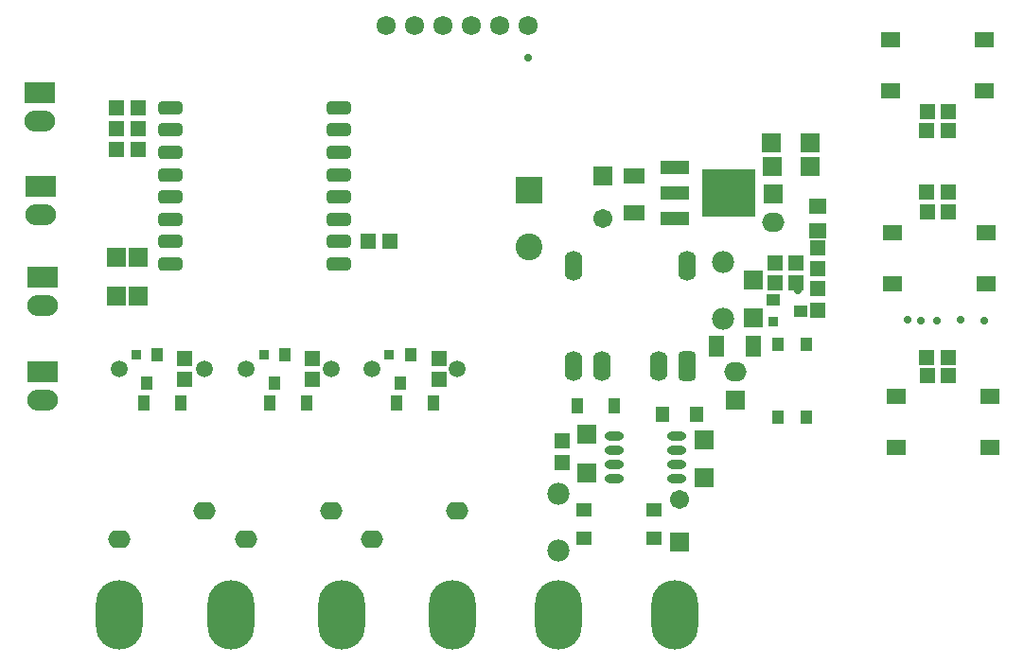
<source format=gts>
G04*
G04 #@! TF.GenerationSoftware,Altium Limited,Altium Designer,21.2.1 (34)*
G04*
G04 Layer_Color=8388736*
%FSTAX24Y24*%
%MOIN*%
G70*
G04*
G04 #@! TF.SameCoordinates,9334BE2B-5F1B-4A57-B983-AC11F37A1BB9*
G04*
G04*
G04 #@! TF.FilePolarity,Negative*
G04*
G01*
G75*
%ADD30R,0.0374X0.0354*%
%ADD37R,0.0354X0.0374*%
G04:AMPARAMS|DCode=38|XSize=47.4mil|YSize=86.7mil|CornerRadius=13.8mil|HoleSize=0mil|Usage=FLASHONLY|Rotation=90.000|XOffset=0mil|YOffset=0mil|HoleType=Round|Shape=RoundedRectangle|*
%AMROUNDEDRECTD38*
21,1,0.0474,0.0591,0,0,90.0*
21,1,0.0197,0.0867,0,0,90.0*
1,1,0.0277,0.0295,0.0098*
1,1,0.0277,0.0295,-0.0098*
1,1,0.0277,-0.0295,-0.0098*
1,1,0.0277,-0.0295,0.0098*
%
%ADD38ROUNDEDRECTD38*%
%ADD39R,0.0710X0.0678*%
%ADD40R,0.0474X0.0552*%
%ADD41O,0.0671X0.0316*%
%ADD42R,0.0552X0.0474*%
%ADD43R,0.0680X0.0580*%
%ADD44R,0.0529X0.0552*%
%ADD45R,0.0552X0.0529*%
%ADD46R,0.0580X0.0730*%
%ADD47R,0.0395X0.0474*%
%ADD48R,0.0454X0.0434*%
%ADD49R,0.0592X0.0533*%
%ADD50R,0.0678X0.0710*%
%ADD51R,0.1025X0.0474*%
%ADD52R,0.1852X0.1655*%
%ADD53R,0.0730X0.0580*%
%ADD54R,0.0438X0.0560*%
%ADD55R,0.0434X0.0454*%
%ADD56C,0.0671*%
%ADD57R,0.0671X0.0671*%
%ADD58O,0.1655X0.2442*%
%ADD59C,0.0780*%
%ADD60C,0.0946*%
%ADD61R,0.0946X0.0946*%
%ADD62O,0.1080X0.0730*%
%ADD63R,0.1080X0.0730*%
%ADD64R,0.0702X0.0671*%
%ADD65O,0.0789X0.0671*%
%ADD66O,0.0631X0.1064*%
G04:AMPARAMS|DCode=67|XSize=106.4mil|YSize=63.1mil|CornerRadius=17.8mil|HoleSize=0mil|Usage=FLASHONLY|Rotation=90.000|XOffset=0mil|YOffset=0mil|HoleType=Round|Shape=RoundedRectangle|*
%AMROUNDEDRECTD67*
21,1,0.1064,0.0276,0,0,90.0*
21,1,0.0709,0.0631,0,0,90.0*
1,1,0.0356,0.0138,0.0354*
1,1,0.0356,0.0138,-0.0354*
1,1,0.0356,-0.0138,-0.0354*
1,1,0.0356,-0.0138,0.0354*
%
%ADD67ROUNDEDRECTD67*%
%ADD68C,0.0678*%
%ADD69O,0.0789X0.0631*%
%ADD70C,0.0592*%
%ADD71C,0.0277*%
D30*
X040618Y032356D02*
D03*
D37*
X018176Y03118D02*
D03*
X022676D02*
D03*
X027102D02*
D03*
D38*
X02534Y039891D02*
D03*
Y039104D02*
D03*
Y038317D02*
D03*
Y03753D02*
D03*
Y036743D02*
D03*
Y035956D02*
D03*
Y035169D02*
D03*
Y034381D02*
D03*
X0194D02*
D03*
Y035169D02*
D03*
Y035956D02*
D03*
Y036743D02*
D03*
Y03753D02*
D03*
Y038317D02*
D03*
Y039104D02*
D03*
Y039891D02*
D03*
D39*
X0382Y028183D02*
D03*
Y026837D02*
D03*
X03406Y027027D02*
D03*
Y028373D02*
D03*
X03993Y033823D02*
D03*
Y032477D02*
D03*
X01825Y034603D02*
D03*
Y033257D02*
D03*
X0175Y034603D02*
D03*
Y033257D02*
D03*
D40*
X036739Y02907D02*
D03*
X037921D02*
D03*
D41*
X035008Y02832D02*
D03*
Y02782D02*
D03*
Y02732D02*
D03*
X037232Y02832D02*
D03*
Y02782D02*
D03*
Y02732D02*
D03*
Y02682D02*
D03*
X035008D02*
D03*
D42*
X03395Y02571D02*
D03*
Y02471D02*
D03*
X03643D02*
D03*
Y02571D02*
D03*
D43*
X04805Y04048D02*
D03*
Y04228D02*
D03*
X04475Y04048D02*
D03*
Y04228D02*
D03*
X04497Y02972D02*
D03*
Y02792D02*
D03*
X04827Y02972D02*
D03*
Y02792D02*
D03*
X04482Y03548D02*
D03*
Y03368D02*
D03*
X04812Y03548D02*
D03*
Y03368D02*
D03*
D44*
X046796Y03044D02*
D03*
X046044D02*
D03*
X04604Y03109D02*
D03*
X046792D02*
D03*
X046044Y03622D02*
D03*
X046796D02*
D03*
X04604Y03691D02*
D03*
X046792D02*
D03*
X04604Y03907D02*
D03*
X046792D02*
D03*
X046044Y03975D02*
D03*
X046796D02*
D03*
X040684Y03373D02*
D03*
X041436D02*
D03*
X041436Y03442D02*
D03*
X040684D02*
D03*
X027126Y03518D02*
D03*
X026374D02*
D03*
X017498Y03843D02*
D03*
X01825D02*
D03*
Y039155D02*
D03*
X017498D02*
D03*
Y03988D02*
D03*
X01825D02*
D03*
D45*
X0332Y028136D02*
D03*
Y027384D02*
D03*
X0422Y032764D02*
D03*
Y033516D02*
D03*
Y034956D02*
D03*
Y034204D02*
D03*
X024375Y031056D02*
D03*
Y030304D02*
D03*
X02885D02*
D03*
Y031056D02*
D03*
X0199D02*
D03*
Y030304D02*
D03*
D46*
X03864Y0315D02*
D03*
X03994D02*
D03*
D47*
X0408Y031549D02*
D03*
Y02899D02*
D03*
X0418Y031549D02*
D03*
Y02899D02*
D03*
D48*
X041602Y03273D02*
D03*
X040618Y033104D02*
D03*
D49*
X04218Y035547D02*
D03*
Y036433D02*
D03*
D50*
X041916Y03864D02*
D03*
X04057D02*
D03*
X04058Y03782D02*
D03*
X041926D02*
D03*
D51*
X03716Y037776D02*
D03*
Y036876D02*
D03*
Y035976D02*
D03*
D52*
X03905Y03687D02*
D03*
D53*
X03573Y03747D02*
D03*
Y03617D02*
D03*
D54*
X027356Y02948D02*
D03*
X028644D02*
D03*
X022906D02*
D03*
X024194D02*
D03*
X03501Y02937D02*
D03*
X033723D02*
D03*
X019744Y02948D02*
D03*
X018456D02*
D03*
D55*
X018924Y03118D02*
D03*
X01855Y030196D02*
D03*
X02305D02*
D03*
X023424Y03118D02*
D03*
X02785D02*
D03*
X027476Y030196D02*
D03*
D56*
X03464Y03598D02*
D03*
X03734Y02607D02*
D03*
D57*
X03464Y03748D02*
D03*
X03734Y02457D02*
D03*
D58*
X0176Y02203D02*
D03*
X02151D02*
D03*
X02542D02*
D03*
X02933D02*
D03*
X03307D02*
D03*
X03715D02*
D03*
D59*
X03307Y02627D02*
D03*
Y02427D02*
D03*
X03886Y03244D02*
D03*
Y03444D02*
D03*
D60*
X03201Y035D02*
D03*
D61*
Y037D02*
D03*
D62*
X01484Y03613D02*
D03*
X01479Y03943D02*
D03*
X01489Y03293D02*
D03*
X014892Y029597D02*
D03*
D63*
X01484Y03713D02*
D03*
X01479Y04043D02*
D03*
X01489Y03393D02*
D03*
X014892Y030597D02*
D03*
D64*
X04062Y03685D02*
D03*
X03928Y02957D02*
D03*
D65*
X04062Y03585D02*
D03*
X03928Y03057D02*
D03*
D66*
X0336Y034304D02*
D03*
X0376D02*
D03*
X0336Y0308D02*
D03*
X0346D02*
D03*
X0366D02*
D03*
D67*
X0376D02*
D03*
D68*
X02699Y04279D02*
D03*
X02799D02*
D03*
X02899D02*
D03*
X02999D02*
D03*
X03199D02*
D03*
X03099D02*
D03*
D69*
X029494Y02568D02*
D03*
X026504Y02468D02*
D03*
X020594Y02568D02*
D03*
X017604Y02468D02*
D03*
X022054D02*
D03*
X025044Y02568D02*
D03*
D70*
X026504Y03068D02*
D03*
X029496D02*
D03*
X017604Y03068D02*
D03*
X020596D02*
D03*
X025046D02*
D03*
X022054D02*
D03*
D71*
X04806Y03238D02*
D03*
X04722Y03241D02*
D03*
X04638Y0324D02*
D03*
X04582D02*
D03*
X04535Y03241D02*
D03*
X041486Y033435D02*
D03*
X031985Y041645D02*
D03*
X034263Y027007D02*
D03*
M02*

</source>
